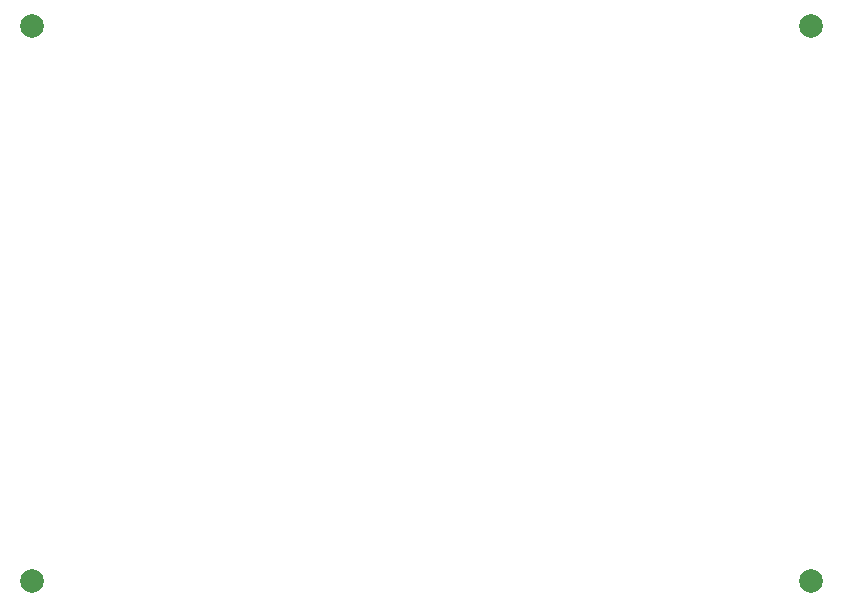
<source format=gbr>
%TF.GenerationSoftware,Altium Limited,Altium Designer,20.1.12 (249)*%
G04 Layer_Color=0*
%FSLAX26Y26*%
%MOIN*%
%TF.SameCoordinates,73CAA688-106B-4C54-AD3F-6D0582A263F4*%
%TF.FilePolarity,Positive*%
%TF.FileFunction,Plated,1,2,PTH,Drill*%
%TF.Part,Single*%
G01*
G75*
%TA.AperFunction,OtherDrill,Pad Free-3 (157.284mil,2008.005mil)*%
%ADD14C,0.078740*%
%TA.AperFunction,OtherDrill,Pad Free-3 (157.284mil,157.612mil)*%
%ADD15C,0.078740*%
%TA.AperFunction,OtherDrill,Pad Free-3 (2755.709mil,2008.005mil)*%
%ADD16C,0.078740*%
%TA.AperFunction,OtherDrill,Pad Free-3 (2755.709mil,157.612mil)*%
%ADD17C,0.078740*%
D14*
X157284Y2008005D02*
D03*
D15*
Y157612D02*
D03*
D16*
X2755709Y2008005D02*
D03*
D17*
Y157612D02*
D03*
%TF.MD5,634ea692529d1e9ae249c6d5332ff40c*%
M02*

</source>
